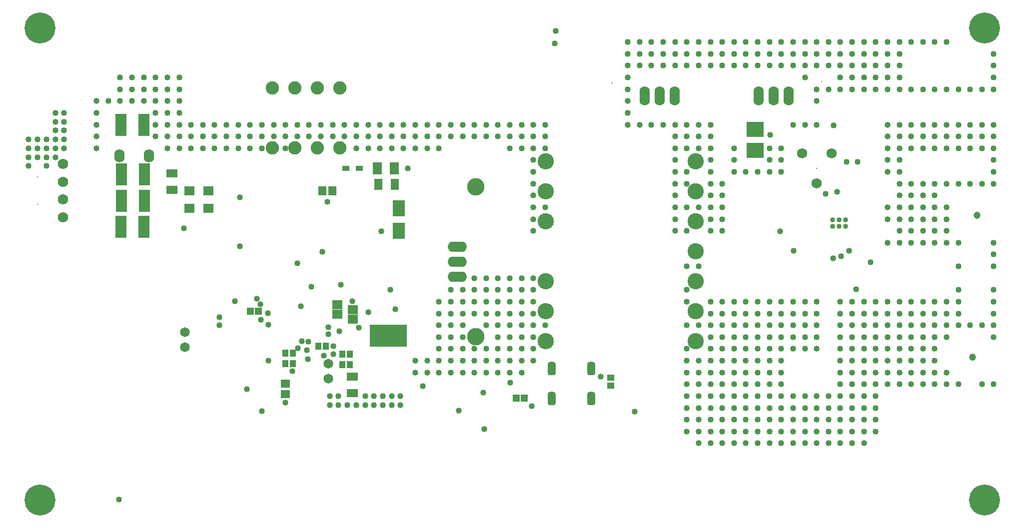
<source format=gbr>
%TF.GenerationSoftware,Altium Limited,Altium Designer,19.0.10 (269)*%
G04 Layer_Color=16711935*
%FSLAX26Y26*%
%MOIN*%
%TF.FileFunction,Soldermask,Bot*%
%TF.Part,Single*%
G01*
G75*
%TA.AperFunction,ComponentPad*%
%ADD61C,0.007874*%
%TA.AperFunction,ViaPad*%
%ADD67C,0.047244*%
%TA.AperFunction,SMDPad,CuDef*%
%ADD85R,0.043465X0.047402*%
%ADD86R,0.248031X0.151575*%
%ADD87R,0.047402X0.043465*%
%ADD88R,0.065118X0.061181*%
%ADD89R,0.074961X0.057244*%
%ADD90R,0.063150X0.055276*%
%ADD91R,0.057244X0.074961*%
%ADD92R,0.072992X0.147795*%
%ADD93R,0.045433X0.049370*%
G04:AMPARAMS|DCode=94|XSize=55mil|YSize=90mil|CornerRadius=16.25mil|HoleSize=0mil|Usage=FLASHONLY|Rotation=0.000|XOffset=0mil|YOffset=0mil|HoleType=Round|Shape=RoundedRectangle|*
%AMROUNDEDRECTD94*
21,1,0.055000,0.057500,0,0,0.0*
21,1,0.022500,0.090000,0,0,0.0*
1,1,0.032500,0.011250,-0.028750*
1,1,0.032500,-0.011250,-0.028750*
1,1,0.032500,-0.011250,0.028750*
1,1,0.032500,0.011250,0.028750*
%
%ADD94ROUNDEDRECTD94*%
%ADD95R,0.112362X0.098583*%
%ADD96R,0.067087X0.063150*%
%ADD97R,0.055276X0.063150*%
%ADD98R,0.061181X0.080866*%
%ADD99R,0.078898X0.110394*%
%ADD100R,0.049370X0.035591*%
%TA.AperFunction,ComponentPad*%
%ADD101C,0.069055*%
%ADD102C,0.010000*%
%ADD103C,0.088740*%
%ADD104C,0.116299*%
%ADD105O,0.128110X0.069055*%
%ADD106C,0.070000*%
%ADD107C,0.065118*%
%ADD108O,0.069055X0.088740*%
%ADD109O,0.069055X0.128110*%
%ADD110C,0.108425*%
%TA.AperFunction,ViaPad*%
%ADD111C,0.040000*%
%ADD112C,0.033622*%
%ADD113C,0.206850*%
D61*
X2409409Y1291181D02*
D03*
X2450748Y1228189D02*
D03*
Y1259685D02*
D03*
Y1291181D02*
D03*
Y1322677D02*
D03*
Y1354173D02*
D03*
X2497598D02*
D03*
Y1322677D02*
D03*
Y1291181D02*
D03*
Y1259685D02*
D03*
Y1228189D02*
D03*
X2544449D02*
D03*
Y1259685D02*
D03*
Y1291181D02*
D03*
Y1322677D02*
D03*
Y1354173D02*
D03*
X2591299D02*
D03*
Y1322677D02*
D03*
Y1291181D02*
D03*
Y1259685D02*
D03*
Y1228189D02*
D03*
X2632638Y1291181D02*
D03*
D67*
X6417323Y1148622D02*
D03*
X6448819Y2094734D02*
D03*
D85*
X2104331Y1224409D02*
D03*
X2053150D02*
D03*
X2214567Y1169626D02*
D03*
X2265748D02*
D03*
X2214567Y1098593D02*
D03*
X2265748D02*
D03*
X1883858Y1105315D02*
D03*
X1832677D02*
D03*
X1832677Y1174695D02*
D03*
X1883858D02*
D03*
D86*
X2521023Y1291181D02*
D03*
D87*
X4003937Y1012205D02*
D03*
Y961024D02*
D03*
D88*
X2283465Y1464567D02*
D03*
Y1401575D02*
D03*
X2181102Y1437008D02*
D03*
Y1500000D02*
D03*
D89*
X2281329Y909449D02*
D03*
Y1019685D02*
D03*
X1077953Y2265354D02*
D03*
Y2375590D02*
D03*
D90*
X1834646Y971457D02*
D03*
Y902559D02*
D03*
D91*
X2452756Y2303150D02*
D03*
X2562992D02*
D03*
D92*
X738189Y2700787D02*
D03*
X891732D02*
D03*
X739764Y2368504D02*
D03*
X893307D02*
D03*
X739764Y2192126D02*
D03*
X893307D02*
D03*
X737008Y2019685D02*
D03*
X890551D02*
D03*
D93*
X1601378Y1456693D02*
D03*
X1654528D02*
D03*
X3375000Y876378D02*
D03*
X3428150D02*
D03*
D94*
X3875236Y873874D02*
D03*
Y1073874D02*
D03*
X3610236D02*
D03*
Y873874D02*
D03*
D95*
X4968504Y2669685D02*
D03*
Y2529921D02*
D03*
D96*
X1321732Y2258858D02*
D03*
Y2142717D02*
D03*
X1195748Y2258858D02*
D03*
Y2142717D02*
D03*
D97*
X2148622Y2258858D02*
D03*
X2079724D02*
D03*
D98*
X2561024Y2409449D02*
D03*
X2446850D02*
D03*
D99*
X2590551Y1991929D02*
D03*
Y2141929D02*
D03*
D100*
X2238189Y2409449D02*
D03*
X2328740D02*
D03*
D101*
X5377953Y2311024D02*
D03*
X5279528Y2507874D02*
D03*
X5476378D02*
D03*
D102*
X5377953Y2409449D02*
D03*
X180315Y2353543D02*
D03*
Y2168504D02*
D03*
X5412118Y2988360D02*
D03*
X4012118Y2978360D02*
D03*
D103*
X2197638Y2947244D02*
D03*
Y2547244D02*
D03*
X1897638Y2947244D02*
D03*
X2047638D02*
D03*
Y2547244D02*
D03*
X1897638D02*
D03*
X1747638Y2947244D02*
D03*
Y2547244D02*
D03*
D104*
X3104338Y1285819D02*
D03*
Y2285819D02*
D03*
D105*
X2980315Y1685827D02*
D03*
Y1785827D02*
D03*
Y1885827D02*
D03*
D106*
X350394Y2438189D02*
D03*
Y2320079D02*
D03*
Y2201968D02*
D03*
Y2083858D02*
D03*
D107*
X1165354Y1216535D02*
D03*
Y1316535D02*
D03*
X2121581Y1006299D02*
D03*
Y1106299D02*
D03*
D108*
X925197Y2491340D02*
D03*
X728346D02*
D03*
D109*
X5192126Y2892697D02*
D03*
X5092126D02*
D03*
X4992126D02*
D03*
X4232126D02*
D03*
X4332126D02*
D03*
X4432126D02*
D03*
D110*
X4570541Y2456546D02*
D03*
Y2256546D02*
D03*
Y2056546D02*
D03*
Y1856545D02*
D03*
Y1656545D02*
D03*
Y1456545D02*
D03*
Y1256545D02*
D03*
X3570541D02*
D03*
Y1456545D02*
D03*
Y1656545D02*
D03*
Y2056546D02*
D03*
Y2256546D02*
D03*
Y2456546D02*
D03*
D111*
X2081693Y1854331D02*
D03*
X3938568Y1019685D02*
D03*
X3476378Y821685D02*
D03*
X3566932Y1362206D02*
D03*
X3488191Y1677167D02*
D03*
Y1598427D02*
D03*
Y1519686D02*
D03*
Y1440946D02*
D03*
Y1362206D02*
D03*
Y1283466D02*
D03*
Y1204726D02*
D03*
Y1125985D02*
D03*
X3409451Y1677167D02*
D03*
Y1598427D02*
D03*
Y1519686D02*
D03*
Y1440946D02*
D03*
Y1362206D02*
D03*
Y1283466D02*
D03*
Y1204726D02*
D03*
Y1125985D02*
D03*
Y1047245D02*
D03*
X3330711Y1677167D02*
D03*
Y1598427D02*
D03*
Y1519686D02*
D03*
Y1440946D02*
D03*
Y1362206D02*
D03*
Y1283466D02*
D03*
Y1204726D02*
D03*
Y1125985D02*
D03*
Y1047245D02*
D03*
X3251971Y1677167D02*
D03*
Y1598427D02*
D03*
Y1519686D02*
D03*
Y1440946D02*
D03*
Y1362206D02*
D03*
Y1283466D02*
D03*
Y1204726D02*
D03*
Y1125985D02*
D03*
Y1047245D02*
D03*
X3173231Y1677167D02*
D03*
Y1598427D02*
D03*
Y1519686D02*
D03*
Y1440946D02*
D03*
Y1362206D02*
D03*
Y1204726D02*
D03*
Y1125985D02*
D03*
Y1047245D02*
D03*
X3094490Y1677167D02*
D03*
Y1598427D02*
D03*
Y1519686D02*
D03*
Y1440946D02*
D03*
Y1204726D02*
D03*
Y1125985D02*
D03*
Y1047245D02*
D03*
X3015750Y1598427D02*
D03*
Y1519686D02*
D03*
Y1440946D02*
D03*
Y1362206D02*
D03*
Y1283466D02*
D03*
Y1204726D02*
D03*
Y1125985D02*
D03*
Y1047245D02*
D03*
X2937010Y1598427D02*
D03*
Y1519686D02*
D03*
Y1440946D02*
D03*
Y1362206D02*
D03*
Y1283466D02*
D03*
Y1204726D02*
D03*
Y1125985D02*
D03*
Y1047245D02*
D03*
X2858270Y1519686D02*
D03*
Y1440946D02*
D03*
Y1362206D02*
D03*
Y1283466D02*
D03*
Y1204726D02*
D03*
Y1125985D02*
D03*
Y1047245D02*
D03*
X2779530Y1125985D02*
D03*
Y1047245D02*
D03*
X2700789Y1125985D02*
D03*
Y1047245D02*
D03*
X3155000Y912000D02*
D03*
X725000Y199000D02*
D03*
X5535437Y1125985D02*
D03*
X5486105Y1809170D02*
D03*
X1917319Y1208659D02*
D03*
X1496063Y1523622D02*
D03*
X5377956Y2858270D02*
D03*
X5456696Y3173231D02*
D03*
X5377956D02*
D03*
X4433074Y3094490D02*
D03*
Y3173231D02*
D03*
X4196853Y3094490D02*
D03*
X4275593D02*
D03*
X4984255D02*
D03*
Y3173231D02*
D03*
X5141736Y3094490D02*
D03*
X5220476D02*
D03*
Y3173231D02*
D03*
X5299216Y2700789D02*
D03*
X2279523Y1521501D02*
D03*
X2566929Y1468504D02*
D03*
X1984252Y1137795D02*
D03*
X1157480Y2007874D02*
D03*
X1531496Y2216535D02*
D03*
X1988189Y1251968D02*
D03*
X2153539Y1224407D02*
D03*
Y1169289D02*
D03*
X2751968Y956693D02*
D03*
X5492126Y2696850D02*
D03*
X5222441Y1858268D02*
D03*
X5437008Y2240157D02*
D03*
X5133858Y1988189D02*
D03*
X2535433Y1598425D02*
D03*
X2472441Y1988189D02*
D03*
X2114169Y2185035D02*
D03*
X1678912Y790354D02*
D03*
X1881890Y1055118D02*
D03*
X1578740Y937008D02*
D03*
X1719247Y1127209D02*
D03*
X1531496Y1890640D02*
D03*
X1669288Y1399013D02*
D03*
X1913386Y1775508D02*
D03*
X2204724Y1633858D02*
D03*
X2322843Y1346461D02*
D03*
X2192913Y1322835D02*
D03*
X1720473Y1366142D02*
D03*
X1718011Y1443014D02*
D03*
X1667323Y1503937D02*
D03*
X2385827Y1448819D02*
D03*
X5614177Y1125985D02*
D03*
X5535437Y1204726D02*
D03*
X5614177D02*
D03*
X5377956Y1519686D02*
D03*
X5535437Y1440946D02*
D03*
X5377956D02*
D03*
X5299216D02*
D03*
X5220476Y1519686D02*
D03*
Y1440946D02*
D03*
X5299216Y1519686D02*
D03*
X5535437D02*
D03*
X6086618Y1283466D02*
D03*
Y1047245D02*
D03*
X6007878Y1440946D02*
D03*
X6244098Y1283466D02*
D03*
X6086618Y1125985D02*
D03*
X5614177Y1283466D02*
D03*
X5692917Y811025D02*
D03*
X5929138Y1283466D02*
D03*
X6480319Y1362206D02*
D03*
X5929138Y1125985D02*
D03*
X6086618Y1519686D02*
D03*
X5692917Y732284D02*
D03*
X5850397Y968505D02*
D03*
X5929138Y1047245D02*
D03*
X5535437Y1362206D02*
D03*
X5614177Y574804D02*
D03*
X5771657Y811025D02*
D03*
X6559059Y1440946D02*
D03*
X5850397Y1047245D02*
D03*
X5535437Y653544D02*
D03*
Y732284D02*
D03*
X5771657Y1125985D02*
D03*
X5850397Y1440946D02*
D03*
X6559059Y1362206D02*
D03*
X5771657D02*
D03*
X5535437Y811025D02*
D03*
X5692917Y574804D02*
D03*
X5456696Y889765D02*
D03*
X4984255Y2385829D02*
D03*
X6007878Y1204726D02*
D03*
X5771657Y653544D02*
D03*
X6244098Y1440946D02*
D03*
X5614177Y968505D02*
D03*
X5062995Y2464569D02*
D03*
X5850397Y1362206D02*
D03*
X6007878Y1519686D02*
D03*
X5535437Y1047245D02*
D03*
X6244098D02*
D03*
X6165358Y1204726D02*
D03*
X5692917Y889765D02*
D03*
X6165358Y1283466D02*
D03*
X4826775Y2543309D02*
D03*
X5614177Y1362206D02*
D03*
X6086618Y1204726D02*
D03*
X5929138D02*
D03*
X5771657Y1440946D02*
D03*
X4826775Y2464569D02*
D03*
X5929138Y1519686D02*
D03*
X6165358Y1047245D02*
D03*
X5771657Y1519686D02*
D03*
X6559059Y1283466D02*
D03*
X5535437Y574804D02*
D03*
X5771657Y1204726D02*
D03*
X6165358Y1125985D02*
D03*
X5692917D02*
D03*
X6007878Y1283466D02*
D03*
X6086618Y1362206D02*
D03*
X6244098D02*
D03*
X5062995Y2385829D02*
D03*
X6007878Y968505D02*
D03*
X5692917Y1204726D02*
D03*
X5535437Y968505D02*
D03*
X6559059D02*
D03*
X5535437Y1283466D02*
D03*
X5456696Y574804D02*
D03*
X6322839Y1440946D02*
D03*
X5141736Y2385829D02*
D03*
X6401579Y1362206D02*
D03*
X5614177Y653544D02*
D03*
X5456696Y811025D02*
D03*
X5692917Y1440946D02*
D03*
X6559059Y1519686D02*
D03*
X5692917Y1362206D02*
D03*
X5771657Y1283466D02*
D03*
X5456696Y653544D02*
D03*
X5929138Y1440946D02*
D03*
X5850397Y1283466D02*
D03*
X6244098Y1519686D02*
D03*
X5614177Y811025D02*
D03*
X5141736Y2543309D02*
D03*
X5692917Y653544D02*
D03*
X5614177Y889765D02*
D03*
X5850397Y1519686D02*
D03*
X5929138Y968505D02*
D03*
X6165358Y1440946D02*
D03*
X6086618Y968505D02*
D03*
X5692917D02*
D03*
X5771657Y732284D02*
D03*
X5614177Y1440946D02*
D03*
X6007878Y1125985D02*
D03*
X4905515Y2385829D02*
D03*
X6322839Y968505D02*
D03*
X6165358D02*
D03*
X6322839Y1598427D02*
D03*
X5141736Y2464569D02*
D03*
X5614177Y1047245D02*
D03*
X5535437Y889765D02*
D03*
X6244098Y968505D02*
D03*
X5850397Y1125985D02*
D03*
X6322839Y1519686D02*
D03*
X6480319Y968505D02*
D03*
X5850397Y1204726D02*
D03*
X5929138Y1362206D02*
D03*
X5614177Y732284D02*
D03*
X6165358Y1519686D02*
D03*
X5771657Y889765D02*
D03*
Y1047245D02*
D03*
X6559059Y1598427D02*
D03*
X5456696Y732284D02*
D03*
X5692917Y1047245D02*
D03*
X6007878D02*
D03*
X5692917Y1283466D02*
D03*
X5771657Y968505D02*
D03*
X6007878Y1362206D02*
D03*
X4826775Y2385829D02*
D03*
X6165358Y1362206D02*
D03*
X5062995Y2543309D02*
D03*
X5692917Y1519686D02*
D03*
X6322839Y1362206D02*
D03*
X5614177Y1519686D02*
D03*
X6086618Y1440946D02*
D03*
X358267Y2779526D02*
D03*
Y2720471D02*
D03*
Y2661416D02*
D03*
Y2602361D02*
D03*
Y2543306D02*
D03*
X299212Y2779526D02*
D03*
Y2720471D02*
D03*
Y2661416D02*
D03*
Y2602361D02*
D03*
Y2543306D02*
D03*
Y2484251D02*
D03*
X240157Y2602361D02*
D03*
Y2543306D02*
D03*
Y2484251D02*
D03*
Y2425196D02*
D03*
X181102Y2602361D02*
D03*
Y2543306D02*
D03*
Y2484251D02*
D03*
X122047Y2602361D02*
D03*
Y2543306D02*
D03*
Y2484251D02*
D03*
Y2425196D02*
D03*
X2602361Y889763D02*
D03*
Y830708D02*
D03*
X2543306Y889763D02*
D03*
Y830708D02*
D03*
X2484251Y889763D02*
D03*
Y830708D02*
D03*
X2425196Y889763D02*
D03*
Y830708D02*
D03*
X2366141Y889763D02*
D03*
Y830708D02*
D03*
X2307086D02*
D03*
X2248030D02*
D03*
X2188975Y889763D02*
D03*
Y830708D02*
D03*
X2129920Y889763D02*
D03*
Y830708D02*
D03*
X3566932Y2700789D02*
D03*
Y2622049D02*
D03*
Y2543309D02*
D03*
Y2149608D02*
D03*
X3488191Y2700789D02*
D03*
Y2622049D02*
D03*
Y2543309D02*
D03*
Y2464569D02*
D03*
Y2385829D02*
D03*
Y2307088D02*
D03*
Y2228348D02*
D03*
Y2149608D02*
D03*
Y2070868D02*
D03*
Y1992128D02*
D03*
X3409451Y2700789D02*
D03*
Y2622049D02*
D03*
Y2543309D02*
D03*
X3330711Y2700789D02*
D03*
Y2622049D02*
D03*
Y2543309D02*
D03*
X3251971Y2700789D02*
D03*
Y2622049D02*
D03*
X3173231Y2700789D02*
D03*
Y2622049D02*
D03*
X3094490Y2700789D02*
D03*
Y2622049D02*
D03*
X3015750Y2700789D02*
D03*
Y2622049D02*
D03*
X2937010Y2700789D02*
D03*
Y2622049D02*
D03*
X2858270Y2700789D02*
D03*
Y2622049D02*
D03*
Y2543309D02*
D03*
X2779530Y2700789D02*
D03*
Y2622049D02*
D03*
Y2543309D02*
D03*
X2700789Y2700789D02*
D03*
Y2622049D02*
D03*
Y2543309D02*
D03*
X2622049Y2700789D02*
D03*
Y2622049D02*
D03*
Y2543309D02*
D03*
X2543309Y2700789D02*
D03*
Y2622049D02*
D03*
Y2543309D02*
D03*
X2464569Y2700789D02*
D03*
Y2622049D02*
D03*
Y2543309D02*
D03*
X2385829Y2700789D02*
D03*
Y2622049D02*
D03*
Y2543309D02*
D03*
X2307088Y2700789D02*
D03*
Y2622049D02*
D03*
Y2543309D02*
D03*
X2228348Y2700789D02*
D03*
Y2622049D02*
D03*
X2149608Y2700789D02*
D03*
Y2622049D02*
D03*
X2070868Y2700789D02*
D03*
Y2622049D02*
D03*
X1992128Y2700789D02*
D03*
Y2622049D02*
D03*
X1913387Y2700789D02*
D03*
Y2622049D02*
D03*
X1834647Y2700789D02*
D03*
Y2622049D02*
D03*
Y2543309D02*
D03*
X1755907Y2700789D02*
D03*
Y2622049D02*
D03*
X1677167Y2700789D02*
D03*
Y2622049D02*
D03*
Y2543309D02*
D03*
X1598427Y2700789D02*
D03*
Y2622049D02*
D03*
Y2543309D02*
D03*
X1519686Y2700789D02*
D03*
Y2622049D02*
D03*
Y2543309D02*
D03*
X1440946Y2700789D02*
D03*
Y2622049D02*
D03*
Y2543309D02*
D03*
X1362206Y2700789D02*
D03*
Y2622049D02*
D03*
Y2543309D02*
D03*
X1283466Y2700789D02*
D03*
Y2622049D02*
D03*
Y2543309D02*
D03*
X1204726Y2700789D02*
D03*
Y2622049D02*
D03*
Y2543309D02*
D03*
X1125985Y3015750D02*
D03*
Y2937010D02*
D03*
Y2858270D02*
D03*
Y2779530D02*
D03*
Y2700789D02*
D03*
Y2622049D02*
D03*
Y2543309D02*
D03*
X1047245Y3015750D02*
D03*
Y2937010D02*
D03*
Y2858270D02*
D03*
Y2779530D02*
D03*
Y2700789D02*
D03*
Y2622049D02*
D03*
Y2543309D02*
D03*
X968505Y3015750D02*
D03*
Y2937010D02*
D03*
Y2858270D02*
D03*
Y2779530D02*
D03*
Y2700789D02*
D03*
Y2622049D02*
D03*
X889765Y3015750D02*
D03*
Y2937010D02*
D03*
Y2858270D02*
D03*
X811025Y3015750D02*
D03*
Y2937010D02*
D03*
Y2858270D02*
D03*
X732284Y3015750D02*
D03*
Y2937010D02*
D03*
Y2858270D02*
D03*
X653544D02*
D03*
X574804D02*
D03*
Y2779530D02*
D03*
Y2700789D02*
D03*
Y2622049D02*
D03*
Y2543309D02*
D03*
X6559059Y2700789D02*
D03*
Y2622049D02*
D03*
Y2543309D02*
D03*
Y2464569D02*
D03*
Y2385829D02*
D03*
Y2307088D02*
D03*
Y1913387D02*
D03*
Y1834647D02*
D03*
Y1755907D02*
D03*
X6480319Y2700789D02*
D03*
Y2622049D02*
D03*
Y2543309D02*
D03*
Y2307088D02*
D03*
X6401579Y2700789D02*
D03*
Y2622049D02*
D03*
Y2543309D02*
D03*
Y2307088D02*
D03*
X6322839Y2700789D02*
D03*
Y2622049D02*
D03*
Y2543309D02*
D03*
Y2307088D02*
D03*
Y1913387D02*
D03*
Y1755907D02*
D03*
X6244098Y2700789D02*
D03*
Y2622049D02*
D03*
Y2543309D02*
D03*
Y2307088D02*
D03*
Y2149608D02*
D03*
Y2070868D02*
D03*
Y1992128D02*
D03*
Y1913387D02*
D03*
X6165358Y2700789D02*
D03*
Y2622049D02*
D03*
Y2543309D02*
D03*
Y2307088D02*
D03*
Y2228348D02*
D03*
Y2149608D02*
D03*
Y2070868D02*
D03*
Y1992128D02*
D03*
Y1913387D02*
D03*
X6086618Y2700789D02*
D03*
Y2622049D02*
D03*
Y2543309D02*
D03*
Y2307088D02*
D03*
Y2228348D02*
D03*
Y2149608D02*
D03*
Y2070868D02*
D03*
Y1992128D02*
D03*
Y1913387D02*
D03*
X6007878Y2700789D02*
D03*
Y2622049D02*
D03*
Y2543309D02*
D03*
Y2307088D02*
D03*
Y2228348D02*
D03*
Y2149608D02*
D03*
Y2070868D02*
D03*
Y1992128D02*
D03*
Y1913387D02*
D03*
X5929138Y2700789D02*
D03*
Y2622049D02*
D03*
Y2543309D02*
D03*
Y2464569D02*
D03*
Y2385829D02*
D03*
Y2307088D02*
D03*
Y2228348D02*
D03*
Y2149608D02*
D03*
Y2070868D02*
D03*
Y1992128D02*
D03*
Y1913387D02*
D03*
X5850397Y2700789D02*
D03*
Y2622049D02*
D03*
Y2543309D02*
D03*
Y2464569D02*
D03*
Y2385829D02*
D03*
Y2149608D02*
D03*
Y2070868D02*
D03*
Y1913387D02*
D03*
X6559059Y3173231D02*
D03*
Y3094490D02*
D03*
Y3015750D02*
D03*
Y2937010D02*
D03*
X6480319D02*
D03*
X6401579D02*
D03*
X6322839D02*
D03*
X6244098Y3251971D02*
D03*
Y2937010D02*
D03*
X6165358Y3251971D02*
D03*
Y2937010D02*
D03*
X6086618Y3251971D02*
D03*
Y2937010D02*
D03*
X6007878Y3251971D02*
D03*
Y2937010D02*
D03*
X5929138Y3251971D02*
D03*
Y3173231D02*
D03*
Y3094490D02*
D03*
Y3015750D02*
D03*
Y2937010D02*
D03*
X5850397Y3251971D02*
D03*
Y3173231D02*
D03*
Y3094490D02*
D03*
Y3015750D02*
D03*
Y2937010D02*
D03*
X5771657Y3251971D02*
D03*
Y3173231D02*
D03*
Y3094490D02*
D03*
Y3015750D02*
D03*
Y2937010D02*
D03*
X5692917Y3251971D02*
D03*
Y3173231D02*
D03*
Y3094490D02*
D03*
Y3015750D02*
D03*
Y2937010D02*
D03*
X5614177Y3251971D02*
D03*
Y3173231D02*
D03*
Y3094490D02*
D03*
Y3015750D02*
D03*
Y2937010D02*
D03*
X5535437Y3251971D02*
D03*
Y3173231D02*
D03*
Y3094490D02*
D03*
Y3015750D02*
D03*
Y2937010D02*
D03*
X5456696Y3251971D02*
D03*
Y3094490D02*
D03*
Y2937010D02*
D03*
X5377956Y3251971D02*
D03*
Y3094490D02*
D03*
Y2937010D02*
D03*
Y2700789D02*
D03*
X5299216Y3251971D02*
D03*
Y3173231D02*
D03*
Y3094490D02*
D03*
Y3015750D02*
D03*
X5220476Y3251971D02*
D03*
Y2700789D02*
D03*
X5141736Y3251971D02*
D03*
Y3173231D02*
D03*
X5062995Y3251971D02*
D03*
Y3173231D02*
D03*
Y3094490D02*
D03*
X4984255Y3251971D02*
D03*
X4905515D02*
D03*
Y3173231D02*
D03*
Y3094490D02*
D03*
X4826775Y3251971D02*
D03*
Y3173231D02*
D03*
Y3094490D02*
D03*
X4748035Y3251971D02*
D03*
Y3173231D02*
D03*
Y3094490D02*
D03*
Y2307088D02*
D03*
Y2228348D02*
D03*
Y2149608D02*
D03*
Y2070868D02*
D03*
Y1992128D02*
D03*
X4669294Y3251971D02*
D03*
Y3173231D02*
D03*
Y3094490D02*
D03*
Y2700789D02*
D03*
Y2622049D02*
D03*
Y2543309D02*
D03*
Y2464569D02*
D03*
Y2385829D02*
D03*
Y2307088D02*
D03*
Y2228348D02*
D03*
Y2149608D02*
D03*
Y2070868D02*
D03*
Y1992128D02*
D03*
X4590554Y3251971D02*
D03*
Y3173231D02*
D03*
Y3094490D02*
D03*
Y2700789D02*
D03*
Y2622049D02*
D03*
Y2543309D02*
D03*
Y2149608D02*
D03*
X4511814Y3251971D02*
D03*
Y3173231D02*
D03*
Y3094490D02*
D03*
Y2700789D02*
D03*
Y2622049D02*
D03*
Y2543309D02*
D03*
Y2385829D02*
D03*
Y2307088D02*
D03*
Y2149608D02*
D03*
Y1992128D02*
D03*
X4433074Y3251971D02*
D03*
Y2700789D02*
D03*
Y2622049D02*
D03*
Y2543309D02*
D03*
Y2464569D02*
D03*
Y2385829D02*
D03*
Y2307088D02*
D03*
Y2228348D02*
D03*
Y2149608D02*
D03*
Y2070868D02*
D03*
Y1992128D02*
D03*
X4354334Y3251971D02*
D03*
Y3173231D02*
D03*
Y3094490D02*
D03*
Y2700789D02*
D03*
X4275593Y3251971D02*
D03*
Y3173231D02*
D03*
Y2700789D02*
D03*
X4196853Y3251971D02*
D03*
Y3173231D02*
D03*
Y2700789D02*
D03*
X4118113Y3251971D02*
D03*
Y3173231D02*
D03*
Y3094490D02*
D03*
Y3015750D02*
D03*
Y2937010D02*
D03*
Y2858270D02*
D03*
Y2779530D02*
D03*
Y2700789D02*
D03*
X5377956Y1362206D02*
D03*
Y1283466D02*
D03*
Y1204726D02*
D03*
Y889765D02*
D03*
Y811025D02*
D03*
Y732284D02*
D03*
Y653544D02*
D03*
Y574804D02*
D03*
X5299216Y1362206D02*
D03*
Y1283466D02*
D03*
Y1204726D02*
D03*
Y889765D02*
D03*
Y811025D02*
D03*
Y732284D02*
D03*
Y653544D02*
D03*
Y574804D02*
D03*
X5220476Y1362206D02*
D03*
Y1283466D02*
D03*
Y1204726D02*
D03*
Y889765D02*
D03*
Y811025D02*
D03*
Y732284D02*
D03*
Y653544D02*
D03*
Y574804D02*
D03*
X5141736Y1519686D02*
D03*
Y1440946D02*
D03*
Y1362206D02*
D03*
Y1283466D02*
D03*
Y1204726D02*
D03*
Y1125985D02*
D03*
Y1047245D02*
D03*
Y968505D02*
D03*
Y889765D02*
D03*
Y811025D02*
D03*
Y732284D02*
D03*
Y653544D02*
D03*
Y574804D02*
D03*
X5062995Y1519686D02*
D03*
Y1440946D02*
D03*
Y1362206D02*
D03*
Y1283466D02*
D03*
Y1204726D02*
D03*
Y1125985D02*
D03*
Y1047245D02*
D03*
Y968505D02*
D03*
Y889765D02*
D03*
Y811025D02*
D03*
Y732284D02*
D03*
Y653544D02*
D03*
Y574804D02*
D03*
X4984255Y1519686D02*
D03*
Y1440946D02*
D03*
Y1362206D02*
D03*
Y1283466D02*
D03*
Y1204726D02*
D03*
Y1125985D02*
D03*
Y1047245D02*
D03*
Y968505D02*
D03*
Y889765D02*
D03*
Y811025D02*
D03*
Y732284D02*
D03*
Y653544D02*
D03*
Y574804D02*
D03*
X4905515Y1519686D02*
D03*
Y1440946D02*
D03*
Y1362206D02*
D03*
Y1283466D02*
D03*
Y1204726D02*
D03*
Y1125985D02*
D03*
Y1047245D02*
D03*
Y968505D02*
D03*
Y889765D02*
D03*
Y811025D02*
D03*
Y732284D02*
D03*
Y653544D02*
D03*
Y574804D02*
D03*
X4826775Y1519686D02*
D03*
Y1440946D02*
D03*
Y1362206D02*
D03*
Y1283466D02*
D03*
Y1204726D02*
D03*
Y1125985D02*
D03*
Y1047245D02*
D03*
Y968505D02*
D03*
Y889765D02*
D03*
Y811025D02*
D03*
Y732284D02*
D03*
Y653544D02*
D03*
Y574804D02*
D03*
X4748035Y1519686D02*
D03*
Y1440946D02*
D03*
Y1362206D02*
D03*
Y1283466D02*
D03*
Y1204726D02*
D03*
Y1125985D02*
D03*
Y1047245D02*
D03*
Y968505D02*
D03*
Y889765D02*
D03*
Y811025D02*
D03*
Y732284D02*
D03*
Y653544D02*
D03*
Y574804D02*
D03*
X4669294Y1519686D02*
D03*
Y1440946D02*
D03*
Y1362206D02*
D03*
Y1283466D02*
D03*
Y1204726D02*
D03*
Y1125985D02*
D03*
Y1047245D02*
D03*
Y968505D02*
D03*
Y889765D02*
D03*
Y811025D02*
D03*
Y732284D02*
D03*
Y653544D02*
D03*
Y574804D02*
D03*
X4590554Y1755907D02*
D03*
Y1362206D02*
D03*
Y1125985D02*
D03*
Y1047245D02*
D03*
Y968505D02*
D03*
Y889765D02*
D03*
Y811025D02*
D03*
Y732284D02*
D03*
Y653544D02*
D03*
Y574804D02*
D03*
X4511814Y1755907D02*
D03*
Y1598427D02*
D03*
Y1519686D02*
D03*
Y1362206D02*
D03*
Y1204726D02*
D03*
Y1125985D02*
D03*
Y1047245D02*
D03*
Y968505D02*
D03*
Y889765D02*
D03*
Y811025D02*
D03*
Y732284D02*
D03*
Y653544D02*
D03*
X5066929Y2633858D02*
D03*
X2649606Y2409449D02*
D03*
X2090551Y1159193D02*
D03*
X5736221Y1782087D02*
D03*
X5649606Y2452756D02*
D03*
X5577923Y2451792D02*
D03*
X1393701Y1417323D02*
D03*
Y1362205D02*
D03*
X1937004Y1488186D02*
D03*
X1945589Y1256545D02*
D03*
X1976374Y1196848D02*
D03*
X2007874Y1618110D02*
D03*
X1834646Y846457D02*
D03*
X3334646Y980315D02*
D03*
X3159709Y669291D02*
D03*
X3629921Y3244095D02*
D03*
X3637795Y3326772D02*
D03*
X5641565Y1604331D02*
D03*
X2989220Y791762D02*
D03*
X4165354Y787402D02*
D03*
X5594488Y1858268D02*
D03*
X5540354Y1822835D02*
D03*
X5515748Y2251968D02*
D03*
X1643701Y1539370D02*
D03*
X2122047Y1350394D02*
D03*
Y1303150D02*
D03*
D112*
X5484252Y2021654D02*
D03*
Y2064961D02*
D03*
X5527559Y2021654D02*
D03*
Y2064961D02*
D03*
X5570866Y2021654D02*
D03*
Y2064961D02*
D03*
D113*
X196850Y3346457D02*
D03*
X6496063D02*
D03*
Y196850D02*
D03*
X196850D02*
D03*
%TF.MD5,f8aacf76f69de5fa8bf278790425a5bd*%
M02*

</source>
